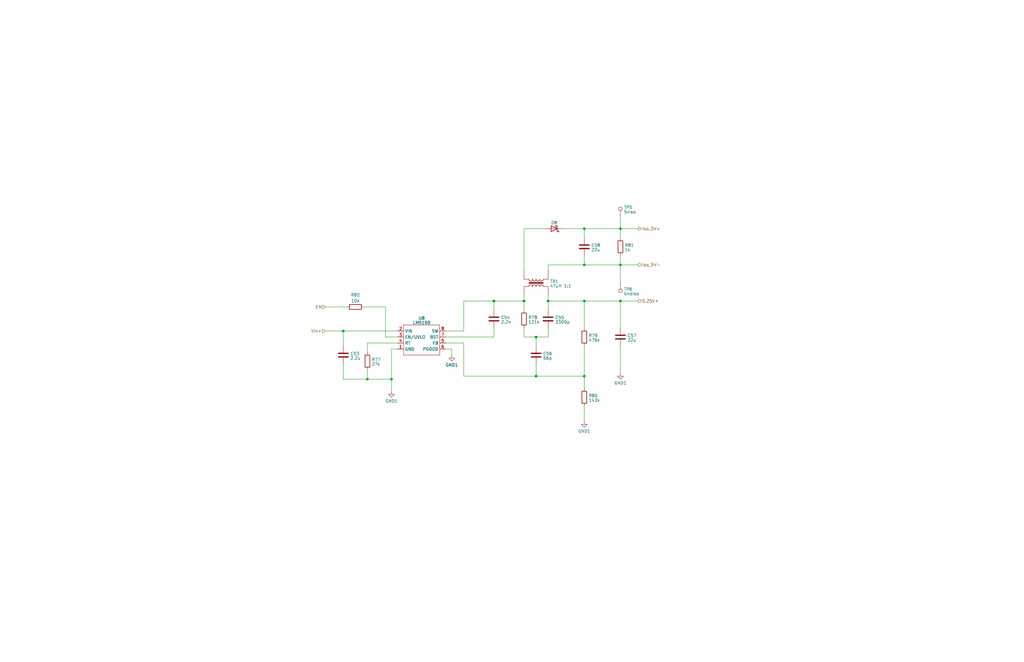
<source format=kicad_sch>
(kicad_sch (version 20230121) (generator eeschema)
  (paper "B")
  (lib_symbols
    (symbol "Connector:TestPoint" (pin_numbers hide) (pin_names (offset 0.762) hide)
      (property "Reference" "TP" (at 0 6.858 0))
      (property "Value" "TestPoint" (at 0 5.08 0))
      (symbol "TestPoint_0_1"
        (circle (center 0 3.302) (radius 0.762))
      )
      (symbol "TestPoint_1_1"
        (pin passive line (at 0 0 90) (length 2.54) (name "1") (number "1"))
      )
    )
    (symbol "Device:C" (pin_numbers hide) (pin_names (offset 0.254))
      (property "Reference" "C" (at 0.635 2.54 0))
      (property "Value" "C" (at 0.635 -2.54 0))
      (symbol "C_0_1"
        (polyline (pts (xy -2.032 -0.762) (xy 2.032 -0.762)) (stroke (width 0.508)))
        (polyline (pts (xy -2.032 0.762) (xy 2.032 0.762)) (stroke (width 0.508)))
      )
      (symbol "C_1_1"
        (pin passive line (at 0 3.81 270) (length 2.794) (name "~") (number "1"))
        (pin passive line (at 0 -3.81 90) (length 2.794) (name "~") (number "2"))
      )
    )
    (symbol "Device:D_Schottky" (pin_numbers hide) (pin_names (offset 1.016) hide)
      (property "Reference" "D" (at 0 2.54 0))
      (property "Value" "D_Schottky" (at 0 -2.54 0))
      (symbol "D_Schottky_0_1"
        (polyline (pts (xy 1.27 0) (xy -1.27 0)))
        (polyline (pts (xy 1.27 1.27) (xy 1.27 -1.27) (xy -1.27 0) (xy 1.27 1.27)) (stroke (width 0.254)))
        (polyline (pts (xy -1.905 0.635) (xy -1.905 1.27) (xy -1.27 1.27) (xy -1.27 -1.27) (xy -0.635 -1.27) (xy -0.635 -0.635)) (stroke (width 0.254)))
      )
      (symbol "D_Schottky_1_1"
        (pin passive line (at -3.81 0 0) (length 2.54) (name "K") (number "1"))
        (pin passive line (at 3.81 0 180) (length 2.54) (name "A") (number "2"))
      )
    )
    (symbol "Device:R" (pin_numbers hide) (pin_names (offset 0))
      (property "Reference" "R" (at 2.032 0 90))
      (property "Value" "R" (at 0 0 90))
      (symbol "R_0_1"
        (rectangle (start -1.016 -2.54) (end 1.016 2.54) (stroke (width 0.254)))
      )
      (symbol "R_1_1"
        (pin passive line (at 0 3.81 270) (length 1.27) (name "~") (number "1"))
        (pin passive line (at 0 -3.81 90) (length 1.27) (name "~") (number "2"))
      )
    )
    (symbol "Transformer:TRANSF1" (pin_numbers hide) (pin_names (offset 0))
      (property "Reference" "TR" (at 0 6.35 0))
      (property "Value" "TRANSF1" (at 0 -6.35 0))
      (symbol "TRANSF1_0_1"
        (arc (start -1.524 -3.048) (mid -0.7653 -2.286) (end -1.524 -1.524) (stroke (width 0.2032)))
        (arc (start -1.524 -1.524) (mid -0.7653 -0.762) (end -1.524 0) (stroke (width 0.2032)))
        (arc (start -1.524 0) (mid -0.7653 0.762) (end -1.524 1.524) (stroke (width 0.2032)))
        (arc (start -1.524 1.524) (mid -0.7653 2.286) (end -1.524 3.048) (stroke (width 0.2032)))
        (rectangle (start -0.254 3.048) (end 0.254 -3.048) (stroke (width 0.0254)) (fill (type outline)))
        (polyline (pts (xy -2.54 5.08) (xy -1.524 5.08) (xy -1.524 3.048) (xy -1.524 3.048)) (stroke (width 0.1524)))
        (polyline (pts (xy -1.524 -3.048) (xy -1.524 -5.08) (xy -2.54 -5.08) (xy -2.54 -5.08)) (stroke (width 0.1524)))
        (polyline (pts (xy 1.524 3.048) (xy 1.524 5.08) (xy 2.54 5.08) (xy 2.54 5.08)) (stroke (width 0.1524)))
        (polyline (pts (xy 2.54 -5.08) (xy 1.524 -5.08) (xy 1.524 -3.048) (xy 1.524 -3.048)) (stroke (width 0.1524)))
        (arc (start 1.524 -1.524) (mid 0.7653 -2.286) (end 1.524 -3.048) (stroke (width 0.2032)))
        (arc (start 1.524 0) (mid 0.7653 -0.762) (end 1.524 -1.524) (stroke (width 0.2032)))
        (arc (start 1.524 1.524) (mid 0.7653 0.762) (end 1.524 0) (stroke (width 0.2032)))
        (arc (start 1.524 3.048) (mid 0.7653 2.286) (end 1.524 1.524) (stroke (width 0.2032)))
      )
      (symbol "TRANSF1_1_1"
        (pin passive line (at -5.08 5.08 0) (length 2.54) (name "~") (number "1"))
        (pin passive line (at -5.08 -5.08 0) (length 2.54) (name "~") (number "2"))
        (pin passive line (at 5.08 -5.08 180) (length 2.54) (name "~") (number "3"))
        (pin passive line (at 5.08 5.08 180) (length 2.54) (name "~") (number "4"))
      )
    )
    (symbol "power:GND1" (power) (pin_names (offset 0))
      (property "Value" "GND1" (at 0 -3.81 0))
      (symbol "GND1_0_1"
        (polyline (pts (xy 0 0) (xy 0 -1.27) (xy 1.27 -1.27) (xy 0 -2.54) (xy -1.27 -1.27) (xy 0 -1.27)))
      )
      (symbol "GND1_1_1"
        (pin power_in line (at 0 0 270) (length 0) hide (name "GND1") (number "1"))
      )
    )
    (symbol "qtech:LM5169"
      (property "Reference" "U" (at -7.62 8.89 0))
      (property "Value" "LM5169" (at -7.62 6.35 0))
      (symbol "LM5169_0_1"
        (rectangle (start -7.62 5.08) (end 7.62 -7.62))
      )
      (symbol "LM5169_1_1"
        (pin power_in line (at -10.16 -5.08 0) (length 2.54) (name "GND") (number "1"))
        (pin power_in line (at -10.16 2.54 0) (length 2.54) (name "VIN") (number "2"))
        (pin input line (at -10.16 0 0) (length 2.54) (name "EN/UVLO") (number "3"))
        (pin input line (at -10.16 -2.54 0) (length 2.54) (name "RT") (number "4"))
        (pin input line (at 10.16 -2.54 180) (length 2.54) (name "FB") (number "5"))
        (pin output line (at 10.16 -5.08 180) (length 2.54) (name "PGOOD") (number "6"))
        (pin power_in line (at 10.16 0 180) (length 2.54) (name "BST") (number "7"))
        (pin power_out line (at 10.16 2.54 180) (length 2.54) (name "SW") (number "8"))
        (pin input line (at -10.16 -5.08 0) (length 2.54) hide (name "GND") (number "9"))
      )
    )
  )
  (junction (at 261.62 127))
  (junction (at 226.06 142.24))
  (junction (at 165.1 160.02))
  (junction (at 208.28 127))
  (junction (at 220.98 127))
  (junction (at 246.38 96.52))
  (junction (at 231.14 127))
  (junction (at 246.38 127))
  (junction (at 154.94 160.02))
  (junction (at 246.38 158.75))
  (junction (at 261.62 111.76))
  (junction (at 261.62 96.52))
  (junction (at 246.38 111.76))
  (junction (at 144.78 139.7))
  (junction (at 226.06 158.75))
  (wire (pts (xy 154.94 156.21) (xy 154.94 160.02)))
  (wire (pts (xy 226.06 158.75) (xy 246.38 158.75)))
  (wire (pts (xy 220.98 96.52) (xy 229.87 96.52)))
  (wire (pts (xy 246.38 127) (xy 246.38 138.43)))
  (wire (pts (xy 220.98 142.24) (xy 226.06 142.24)))
  (wire (pts (xy 167.64 147.32) (xy 165.1 147.32)))
  (wire (pts (xy 187.96 139.7) (xy 195.58 139.7)))
  (wire (pts (xy 237.49 96.52) (xy 246.38 96.52)))
  (wire (pts (xy 261.62 96.52) (xy 269.24 96.52)))
  (wire (pts (xy 167.64 142.24) (xy 162.56 142.24)))
  (wire (pts (xy 220.98 96.52) (xy 220.98 114.3)))
  (wire (pts (xy 231.14 142.24) (xy 226.06 142.24)))
  (wire (pts (xy 220.98 124.46) (xy 220.98 127)))
  (wire (pts (xy 261.62 111.76) (xy 261.62 119.38)))
  (wire (pts (xy 231.14 111.76) (xy 231.14 114.3)))
  (wire (pts (xy 187.96 147.32) (xy 190.5 147.32)))
  (wire (pts (xy 162.56 142.24) (xy 162.56 129.54)))
  (wire (pts (xy 165.1 160.02) (xy 154.94 160.02)))
  (wire (pts (xy 144.78 139.7) (xy 144.78 146.05)))
  (wire (pts (xy 246.38 146.05) (xy 246.38 158.75)))
  (wire (pts (xy 231.14 127) (xy 246.38 127)))
  (wire (pts (xy 190.5 147.32) (xy 190.5 149.86)))
  (wire (pts (xy 137.16 139.7) (xy 144.78 139.7)))
  (wire (pts (xy 195.58 127) (xy 208.28 127)))
  (wire (pts (xy 187.96 144.78) (xy 195.58 144.78)))
  (wire (pts (xy 246.38 96.52) (xy 246.38 100.33)))
  (wire (pts (xy 137.16 129.54) (xy 146.05 129.54)))
  (wire (pts (xy 167.64 144.78) (xy 154.94 144.78)))
  (wire (pts (xy 220.98 138.43) (xy 220.98 142.24)))
  (wire (pts (xy 220.98 127) (xy 220.98 130.81)))
  (wire (pts (xy 226.06 153.67) (xy 226.06 158.75)))
  (wire (pts (xy 144.78 160.02) (xy 144.78 153.67)))
  (wire (pts (xy 226.06 142.24) (xy 226.06 146.05)))
  (wire (pts (xy 187.96 142.24) (xy 208.28 142.24)))
  (wire (pts (xy 220.98 127) (xy 208.28 127)))
  (wire (pts (xy 246.38 111.76) (xy 231.14 111.76)))
  (wire (pts (xy 195.58 144.78) (xy 195.58 158.75)))
  (wire (pts (xy 208.28 142.24) (xy 208.28 138.43)))
  (wire (pts (xy 195.58 158.75) (xy 226.06 158.75)))
  (wire (pts (xy 154.94 160.02) (xy 144.78 160.02)))
  (wire (pts (xy 165.1 160.02) (xy 165.1 165.1)))
  (wire (pts (xy 261.62 146.05) (xy 261.62 157.48)))
  (wire (pts (xy 246.38 171.45) (xy 246.38 177.8)))
  (wire (pts (xy 144.78 139.7) (xy 167.64 139.7)))
  (wire (pts (xy 261.62 127) (xy 261.62 138.43)))
  (wire (pts (xy 246.38 96.52) (xy 261.62 96.52)))
  (wire (pts (xy 154.94 144.78) (xy 154.94 148.59)))
  (wire (pts (xy 165.1 147.32) (xy 165.1 160.02)))
  (wire (pts (xy 246.38 127) (xy 261.62 127)))
  (wire (pts (xy 208.28 127) (xy 208.28 130.81)))
  (wire (pts (xy 261.62 111.76) (xy 269.24 111.76)))
  (wire (pts (xy 162.56 129.54) (xy 153.67 129.54)))
  (wire (pts (xy 231.14 138.43) (xy 231.14 142.24)))
  (wire (pts (xy 261.62 127) (xy 269.24 127)))
  (wire (pts (xy 246.38 111.76) (xy 261.62 111.76)))
  (wire (pts (xy 261.62 91.44) (xy 261.62 96.52)))
  (wire (pts (xy 231.14 127) (xy 231.14 130.81)))
  (wire (pts (xy 195.58 139.7) (xy 195.58 127)))
  (wire (pts (xy 261.62 107.95) (xy 261.62 111.76)))
  (wire (pts (xy 231.14 124.46) (xy 231.14 127)))
  (wire (pts (xy 261.62 96.52) (xy 261.62 100.33)))
  (wire (pts (xy 246.38 107.95) (xy 246.38 111.76)))
  (wire (pts (xy 246.38 158.75) (xy 246.38 163.83)))
  (hierarchical_label "Iso_5V+" (shape output) (at 269.24 96.52 0))
  (hierarchical_label "5.25V+" (shape output) (at 269.24 127 0))
  (hierarchical_label "EN" (shape input) (at 137.16 129.54 180))
  (hierarchical_label "Iso_5V-" (shape output) (at 269.24 111.76 0))
  (hierarchical_label "Vin+" (shape input) (at 137.16 139.7 180))
  (symbol (lib_id "power:GND1") (at 246.38 177.8 0) (unit 1)
    (property "Reference" "#PWR025" (effects hide))
    (property "Value" "GND1" (at 246.38 181.9355 0))
    (instances (project "bms" (path "" (reference "#PWR025") (unit 1)) (path "" (reference "#PWR044") (unit 1))))
  )
  (symbol (lib_id "Device:R") (at 246.38 167.64 0) (unit 1)
    (property "Reference" "R80" (at 248.158 166.9963 0) (effects (justify left)))
    (property "Value" "143k" (at 248.158 168.9173 0) (effects (justify left)))
    (property "Footprint" "Resistor_SMD:R_0402_1005Metric" (effects hide))
    (property "Datasheet" "https://www.mouser.com/datasheet/2/315/AOA0000C304-1149620.pdf" (effects hide))
    (property "Mouser" "https://www.mouser.com/ProductDetail/Panasonic/ERJ-2RKF1403X?qs=sGAEpiMZZMtlubZbdhIBILWcrV%252BWBYJCciUUV%252B0xR5Y%3D" (effects hide))
    (property "Part Number" "ERJ-2RKF1403X" (effects hide))
    (property "Rating" "100 mW 140k" (effects hide))
  )
  (symbol (lib_id "Transformer:TRANSF1") (at 226.06 119.38 90) (unit 1)
    (property "Reference" "TR1" (at 231.8512 118.7363 90) (effects (justify right)))
    (property "Value" "47uH 1:1" (at 231.8512 120.6573 90) (effects (justify right)))
    (property "Footprint" "qtech:L_Bourns_SRF0703A" (effects hide))
    (property "Datasheet" "https://www.mouser.com/datasheet/2/54/SRF0703A-1391409.pdf" (effects hide))
    (property "Mouser" "https://www.mouser.com/ProductDetail/Bourns/SRF0703A-470M?qs=xGZga0pI15Omgx1CXzPWDQ%3D%3D" (effects hide))
    (property "Part Number" "SRF0703A-470M" (effects hide))
  )
  (symbol (lib_id "Device:C") (at 144.78 149.86 0) (unit 1)
    (property "Reference" "C53" (at 147.701 149.2163 0) (effects (justify left)))
    (property "Value" "2.2u" (at 147.701 151.1373 0) (effects (justify left)))
    (property "Footprint" "Capacitor_SMD:C_1210_3225Metric" (effects hide))
    (property "Datasheet" "https://www.mouser.com/datasheet/2/585/MLCC-1837944.pdf" (effects hide))
    (property "Mouser" "https://www.mouser.com/ProductDetail/Samsung-Electro-Mechanics/CL32B225KCJSNNF?qs=sGAEpiMZZMsh%252B1woXyUXj9e2R%2FOkAO5ohYe9%2FNjJuH0%3D" (effects hide))
    (property "Part Number" "CL32B225KCJSNNF" (effects hide))
    (property "Rating" "100V X7R 2X dielectric or better" (effects hide))
  )
  (symbol (lib_id "Device:R") (at 154.94 152.4 0) (unit 1)
    (property "Reference" "R77" (at 156.718 151.7563 0) (effects (justify left)))
    (property "Value" "27k" (at 156.718 153.6773 0) (effects (justify left)))
    (property "Footprint" "Resistor_SMD:R_0603_1608Metric" (effects hide))
    (property "Datasheet" "https://www.mouser.com/datasheet/2/447/PYu_RC_Group_51_RoHS_L_11-1984063.pdf" (effects hide))
    (property "Mouser" "https://www.mouser.com/ProductDetail/YAGEO/RC0603JR-0727KL?qs=sGAEpiMZZMtlubZbdhIBIAVdtiC5pVGKh%252By%2FrHZo%2FQg%3D" (effects hide))
    (property "Part Number" "RC0603JR-0727KL" (effects hide))
    (property "Rating" "100mW" (effects hide))
  )
  (symbol (lib_id "Device:D_Schottky") (at 233.68 96.52 180) (unit 1)
    (property "Reference" "D8" (at 233.68 93.98 0))
    (property "Value" "D_Schottky" (effects hide))
    (property "Footprint" "Diode_SMD:D_SMA" (effects hide))
    (property "Datasheet" "https://www.vishay.com/doc?88746" (effects hide))
    (property "Mouser" "https://www.mouser.com/ProductDetail/Vishay-General-Semiconductor/SS12-E3-61T?qs=x2jpVgRnAtMAR%252B%2FC0Ttl9A%3D%3D" (effects hide))
    (property "Part Number" " SS12-E3/61T" (effects hide))
    (property "Rating" "1A Schottky" (effects hide))
  )
  (symbol (lib_id "power:GND1") (at 261.62 157.48 0) (unit 1)
    (property "Reference" "#PWR025" (effects hide))
    (property "Value" "GND1" (at 261.62 161.6155 0))
    (instances (project "bms" (path "" (reference "#PWR025") (unit 1)) (path "" (reference "#PWR045") (unit 1))))
  )
  (symbol (lib_id "qtech:LM5169") (at 177.8 142.24 0) (unit 1)
    (property "Reference" "U8" (at 177.8 134.2771 0))
    (property "Value" "LM5169" (at 177.8 136.1981 0))
    (property "Footprint" "Package_SO:TI_SO-PowerPAD-8_ThermalVias" (effects hide))
    (property "Datasheet" "https://www.ti.com/lit/ds/symlink/lm5168.pdf" (effects hide))
    (property "Mouser" "https://www.mouser.com/ProductDetail/Texas-Instruments/LM5169FDDAR?qs=T%252BzbugeAwjhTjdfXou%252BoXA%3D%3D" (effects hide))
    (property "Part Number" "LM5169FDDAR" (effects hide))
  )
  (symbol (lib_id "Device:C") (at 208.28 134.62 0) (unit 1)
    (property "Reference" "C54" (at 211.201 133.9763 0) (effects (justify left)))
    (property "Value" "2.2n" (at 211.201 135.8973 0) (effects (justify left)))
    (property "Footprint" "Capacitor_SMD:C_0603_1608Metric" (effects hide))
    (property "Datasheet" "https://www.mouser.com/datasheet/2/40/X7RDielectric-2943470.pdf" (effects hide))
    (property "Mouser" "https://www.mouser.com/ProductDetail/KYOCERA-AVX/0603YC222KAT2A?qs=sGAEpiMZZMt7gvpyg0xT8uAr8Yl%2FXjZ19fVVjWDLx6U%3D" (effects hide))
    (property "Part Number" "0603YC222KAT2A" (effects hide))
    (property "Rating" "16V" (effects hide))
  )
  (symbol (lib_id "Connector:TestPoint") (at 261.62 91.44 0) (unit 1)
    (property "Reference" "TP5" (at 263.017 87.4943 0) (effects (justify left)))
    (property "Value" "5vIso" (at 263.017 89.4153 0) (effects (justify left)))
    (property "Footprint" "TestPoint:TestPoint_Pad_D1.5mm" (effects hide))
  )
  (symbol (lib_id "Device:C") (at 246.38 104.14 0) (unit 1)
    (property "Reference" "C58" (at 249.301 103.4963 0) (effects (justify left)))
    (property "Value" "22u" (at 249.301 105.4173 0) (effects (justify left)))
    (property "Footprint" "Capacitor_SMD:C_1206_3216Metric" (effects hide))
    (property "Datasheet" "https://www.mouser.com/datasheet/2/585/MLCC-1837944.pdf" (effects hide))
    (property "Mouser" "https://www.mouser.com/ProductDetail/Samsung-Electro-Mechanics/CL31A226MOCLNNC?qs=sGAEpiMZZMt7gvpyg0xT8gpCc%252Bo5qKWQW0Uoi11QDW8%3D" (effects hide))
    (property "Part Number" "CL31A226MOCLNNC" (effects hide))
    (property "Rating" "16" (effects hide))
  )
  (symbol (lib_id "Device:C") (at 261.62 142.24 0) (unit 1)
    (property "Reference" "C57" (at 264.541 141.5963 0) (effects (justify left)))
    (property "Value" "22u" (at 264.541 143.5173 0) (effects (justify left)))
    (property "Footprint" "Capacitor_SMD:C_1206_3216Metric" (effects hide))
    (property "Datasheet" "https://www.mouser.com/datasheet/2/585/MLCC-1837944.pdf" (effects hide))
    (property "Mouser" "https://www.mouser.com/ProductDetail/Samsung-Electro-Mechanics/CL31A226MOCLNNC?qs=sGAEpiMZZMt7gvpyg0xT8gpCc%252Bo5qKWQW0Uoi11QDW8%3D" (effects hide))
    (property "Part Number" "CL31A226MOCLNNC" (effects hide))
    (property "Rating" "16" (effects hide))
  )
  (symbol (lib_id "power:GND1") (at 165.1 165.1 0) (unit 1)
    (property "Reference" "#PWR025" (effects hide))
    (property "Value" "GND1" (at 165.1 169.2355 0))
  )
  (symbol (lib_id "Device:R") (at 220.98 134.62 0) (unit 1)
    (property "Reference" "R78" (at 222.758 133.9763 0) (effects (justify left)))
    (property "Value" "121k" (at 222.758 135.8973 0) (effects (justify left)))
    (property "Footprint" "Resistor_SMD:R_0402_1005Metric" (effects hide))
    (property "Datasheet" "https://www.mouser.com/datasheet/2/54/cr-1858361.pdf" (effects hide))
    (property "Mouser" "https://www.mouser.com/ProductDetail/Bourns/CR0402-JW-124GLF?qs=sGAEpiMZZMtlubZbdhIBIA2l6dSgzpPWo5C9hKVqRCM%3D" (effects hide))
    (property "Part Number" "CR0402-JW-124GLF" (effects hide))
    (property "Rating" "62.5 mW 120k" (effects hide))
  )
  (symbol (lib_id "Device:R") (at 246.38 142.24 0) (unit 1)
    (property "Reference" "R79" (at 248.158 141.5963 0) (effects (justify left)))
    (property "Value" "476k" (at 248.158 143.5173 0) (effects (justify left)))
    (property "Footprint" "Resistor_SMD:R_0402_1005Metric" (effects hide))
    (property "Datasheet" "https://www.mouser.com/datasheet/2/54/cr-1858361.pdf" (effects hide))
    (property "Mouser" "https://www.mouser.com/ProductDetail/Bourns/CR0402-FX-4753GLF?qs=sGAEpiMZZMtlubZbdhIBIDfFWzqdPB9%252BK4JajUhx65U%3D" (effects hide))
    (property "Part Number" "CR0402-FX-4753GLF" (effects hide))
    (property "Rating" "62.5 mW 475k" (effects hide))
  )
  (symbol (lib_id "Device:C") (at 226.06 149.86 0) (unit 1)
    (property "Reference" "C56" (at 228.981 149.2163 0) (effects (justify left)))
    (property "Value" "56p" (at 228.981 151.1373 0) (effects (justify left)))
    (property "Footprint" "Capacitor_SMD:C_0603_1608Metric" (effects hide))
    (property "Datasheet" "https://www.vishay.com/doc?28548" (effects hide))
    (property "Mouser" "https://www.mouser.com/ProductDetail/Vishay-Vitramon/VJ0603A560JXXCW1BC?qs=b7E%2F5v%252Bp8lrQ9XDoHWTAOA%3D%3D" (effects hide))
    (property "Part Number" "VJ0603A560JXXCW1BC" (effects hide))
    (property "Rating" "25V" (effects hide))
  )
  (symbol (lib_id "Connector:TestPoint") (at 261.62 119.38 180) (unit 1)
    (property "Reference" "TP6" (at 263.017 122.0383 0) (effects (justify right)))
    (property "Value" "GndIso" (at 263.017 123.9593 0) (effects (justify right)))
    (property "Footprint" "TestPoint:TestPoint_Pad_D1.5mm" (effects hide))
  )
  (symbol (lib_id "power:GND1") (at 190.5 149.86 0) (unit 1)
    (property "Reference" "#PWR025" (effects hide))
    (property "Value" "GND1" (at 190.5 153.9955 0))
    (instances (project "bms" (path "" (reference "#PWR025") (unit 1)) (path "" (reference "#PWR048") (unit 1))))
  )
  (symbol (lib_id "Device:R") (at 261.62 104.14 0) (unit 1)
    (property "Reference" "R81" (at 263.398 103.4963 0) (effects (justify left)))
    (property "Value" "1k" (at 263.398 105.4173 0) (effects (justify left)))
    (property "Footprint" "Resistor_SMD:R_0603_1608Metric" (effects hide))
    (property "Datasheet" "https://www.vishay.com/doc?20035" (effects hide))
    (property "Mouser" "https://www.mouser.com/ProductDetail/Vishay-Dale/CRCW06031K00FKEC?qs=sGAEpiMZZMtlubZbdhIBIO43cdRDMqnZdC%2FvLADwXWY%3D" (effects hide))
    (property "Part Number" "CRCW06031K00FKEC" (effects hide))
    (property "Rating" "100mW" (effects hide))
  )
  (symbol (lib_id "Device:C") (at 231.14 134.62 0) (unit 1)
    (property "Reference" "C55" (at 234.061 133.9763 0) (effects (justify left)))
    (property "Value" "3300p" (at 234.061 135.8973 0) (effects (justify left)))
    (property "Footprint" "Capacitor_SMD:C_0603_1608Metric" (effects hide))
    (property "Datasheet" "https://www.vishay.com/doc?28548" (effects hide))
    (property "Mouser" "https://www.mouser.com/ProductDetail/Vishay-Vitramon/VJ0603Y332KXXCW1BC?qs=sGAEpiMZZMt7gvpyg0xT8oir60oXeF6Zk2dnMrwI8PE%3D" (effects hide))
    (property "Part Number" "VJ0603Y332KXXCW1BC" (effects hide))
    (property "Rating" "25V" (effects hide))
  )
  (symbol (lib_id "Device:R") (at 149.86 129.54 90) (unit 1)
    (property "Reference" "R82" (at 149.86 124.4631 90))
    (property "Value" "10k" (at 149.86 127 90))
    (property "Footprint" "Resistor_SMD:R_0603_1608Metric" (effects hide))
    (property "Datasheet" "https://www.mouser.com/datasheet/2/219/RK73H-1825326.pdf" (effects hide))
    (property "Mouser" "https://www.mouser.com/ProductDetail/KOA-Speer/RK73H1JTTD1002F?qs=sGAEpiMZZMtlubZbdhIBINkEv%252BGnJSJCzf6arQIEEEA%3D" (effects hide))
    (property "Part Number" "RK73H1JTTD1002F" (effects hide))
    (property "Rating" "100mW" (effects hide))
  )
)
</source>
